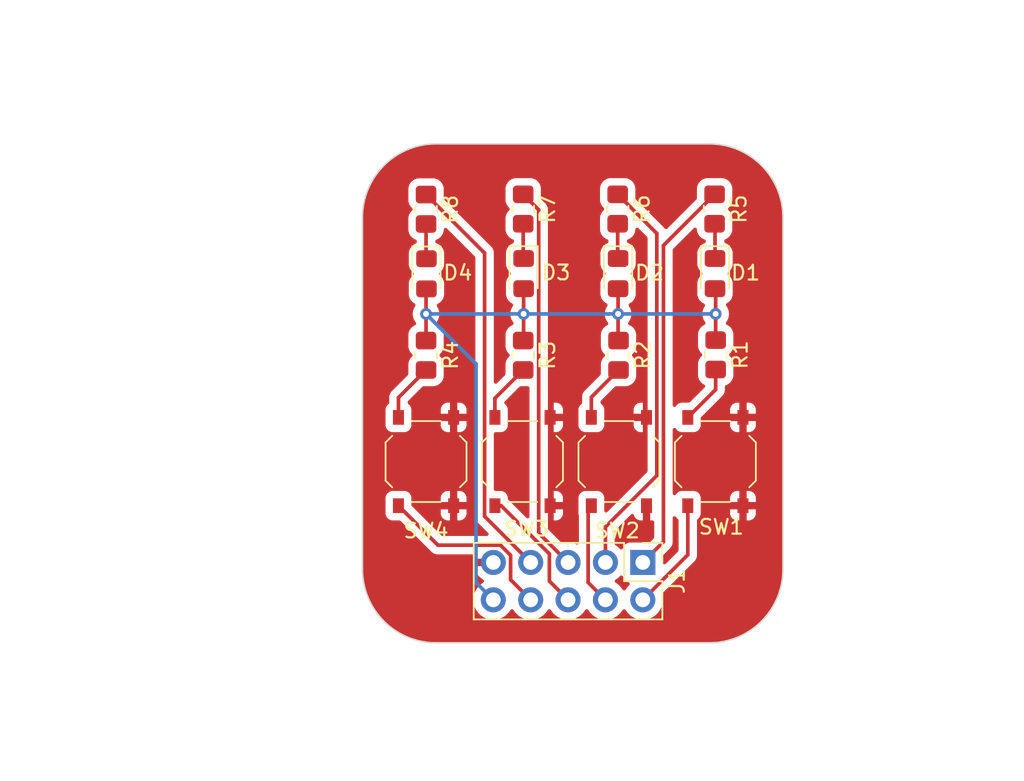
<source format=kicad_pcb>
(kicad_pcb (version 20240108) (generator "pcbnew") (generator_version "8.0")
  (layers (0 "F.Cu" signal) (31 "B.Cu" signal) (34 "B.Paste" user) (35 "F.Paste" user) (36 "B.SilkS" user "B.Silkscreen") (37 "F.SilkS" user "F.Silkscreen") (38 "B.Mask" user) (39 "F.Mask" user) (44 "Edge.Cuts" user))
  (net 0 "")
  (net 1 "+3V3")
  (net 2 "Net-(D1-K)")
  (net 3 "Net-(D2-K)")
  (net 4 "Net-(D3-K)")
  (net 5 "Net-(D4-K)")
  (net 6 "/SW3")
  (net 7 "/D3")
  (net 8 "/SW4")
  (net 9 "/SW2")
  (net 10 "/D1")
  (net 11 "/D2")
  (net 12 "GND")
  (net 13 "/SW1")
  (net 14 "/D4")
  (footprint "Button_Switch_SMD:SW_Push_1P1T_XKB_TS-1187A" (layer "F.Cu") (at 119.966 78.867 -90)
    (property "Reference" "SW3" (at 4.572 -0.260666 0) (layer "F.SilkS"))
    (property "Value" "SW_SPST")
    (fp_line (start -1.3 2.75) (end 1.3 2.75) (stroke (width 0.12)) (layer "F.SilkS"))
    (fp_line (start -1.75 2.3) (end -1.3 2.75) (stroke (width 0.12)) (layer "F.SilkS"))
    (fp_line (start 1.75 2.3) (end 1.3 2.75) (stroke (width 0.12)) (layer "F.SilkS"))
    (fp_line (start -2.75 -1) (end -2.75 1) (stroke (width 0.12)) (layer "F.SilkS"))
    (fp_line (start 2.75 -1) (end 2.75 1) (stroke (width 0.12)) (layer "F.SilkS"))
    (fp_line (start -1.75 -2.3) (end -1.3 -2.75) (stroke (width 0.12)) (layer "F.SilkS"))
    (fp_line (start 1.75 -2.3) (end 1.3 -2.75) (stroke (width 0.12)) (layer "F.SilkS"))
    (fp_line (start -1.3 -2.75) (end 1.3 -2.75) (stroke (width 0.12)) (layer "F.SilkS"))
    (pad "1" smd rect (at -3 -1.875 270) (size 1 0.75) (layers "F.Cu" "F.Paste" "F.Mask") (net 12 "GND"))
    (pad "1" smd rect (at 3 -1.875 270) (size 1 0.75) (layers "F.Cu" "F.Paste" "F.Mask") (net 12 "GND"))
    (pad "2" smd rect (at -3 1.875 270) (size 1 0.75) (layers "F.Cu" "F.Paste" "F.Mask") (net 6 "/SW3"))
    (pad "2" smd rect (at 3 1.875 270) (size 1 0.75) (layers "F.Cu" "F.Paste" "F.Mask") (net 6 "/SW3"))
  )
  (footprint "Button_Switch_SMD:SW_Push_1P1T_XKB_TS-1187A" (layer "F.Cu") (at 126.521 78.867 -90)
    (property "Reference" "SW2" (at 4.699 0.113667 0) (layer "F.SilkS"))
    (property "Value" "SW_SPST")
    (fp_line (start -1.3 2.75) (end 1.3 2.75) (stroke (width 0.12)) (layer "F.SilkS"))
    (fp_line (start -1.75 2.3) (end -1.3 2.75) (stroke (width 0.12)) (layer "F.SilkS"))
    (fp_line (start 1.75 2.3) (end 1.3 2.75) (stroke (width 0.12)) (layer "F.SilkS"))
    (fp_line (start -2.75 -1) (end -2.75 1) (stroke (width 0.12)) (layer "F.SilkS"))
    (fp_line (start 2.75 -1) (end 2.75 1) (stroke (width 0.12)) (layer "F.SilkS"))
    (fp_line (start -1.75 -2.3) (end -1.3 -2.75) (stroke (width 0.12)) (layer "F.SilkS"))
    (fp_line (start 1.75 -2.3) (end 1.3 -2.75) (stroke (width 0.12)) (layer "F.SilkS"))
    (fp_line (start -1.3 -2.75) (end 1.3 -2.75) (stroke (width 0.12)) (layer "F.SilkS"))
    (pad "1" smd rect (at -3 -1.875 270) (size 1 0.75) (layers "F.Cu" "F.Paste" "F.Mask") (net 12 "GND"))
    (pad "1" smd rect (at 3 -1.875 270) (size 1 0.75) (layers "F.Cu" "F.Paste" "F.Mask") (net 12 "GND"))
    (pad "2" smd rect (at -3 1.875 270) (size 1 0.75) (layers "F.Cu" "F.Paste" "F.Mask") (net 9 "/SW2"))
    (pad "2" smd rect (at 3 1.875 270) (size 1 0.75) (layers "F.Cu" "F.Paste" "F.Mask") (net 9 "/SW2"))
  )
  (footprint "LED_SMD:LED_0805_2012Metric_Pad1.15x1.40mm_HandSolder" (layer "F.Cu") (at 113.439142 66.108 -90)
    (property "Reference" "D4" (at -0.068 -2.130858 180) (layer "F.SilkS"))
    (property "Value" "LED")
    (fp_line (start -1.86 0.96) (end 1 0.96) (stroke (width 0.12)) (layer "F.SilkS"))
    (fp_line (start -1.86 -0.96) (end -1.86 0.96) (stroke (width 0.12)) (layer "F.SilkS"))
    (fp_line (start 1 -0.96) (end -1.86 -0.96) (stroke (width 0.12)) (layer "F.SilkS"))
    (pad "1" smd roundrect (at -1.025 0 270) (size 1.15 1.4) (layers "F.Cu" "F.Paste" "F.Mask") (roundrect_rratio 0.217391) (net 5 "Net-(D4-K)"))
    (pad "2" smd roundrect (at 1.025 0 270) (size 1.15 1.4) (layers "F.Cu" "F.Paste" "F.Mask") (roundrect_rratio 0.217391) (net 1 "+3V3"))
  )
  (footprint "Resistor_SMD:R_0805_2012Metric_Pad1.20x1.40mm_HandSolder" (layer "F.Cu") (at 133.022858 61.706 -90)
    (property "Reference" "R5" (at 0 -1.65 90) (layer "F.SilkS"))
    (property "Value" "330")
    (fp_line (start -0.227064 0.735) (end 0.227064 0.735) (stroke (width 0.12)) (layer "F.SilkS"))
    (fp_line (start -0.227064 -0.735) (end 0.227064 -0.735) (stroke (width 0.12)) (layer "F.SilkS"))
    (pad "1" smd roundrect (at -1 0 270) (size 1.2 1.4) (layers "F.Cu" "F.Paste" "F.Mask") (roundrect_rratio 0.208333) (net 10 "/D1"))
    (pad "2" smd roundrect (at 1 0 270) (size 1.2 1.4) (layers "F.Cu" "F.Paste" "F.Mask") (roundrect_rratio 0.208333) (net 2 "Net-(D1-K)"))
  )
  (footprint "LED_SMD:LED_0805_2012Metric_Pad1.15x1.40mm_HandSolder" (layer "F.Cu") (at 120.043142 66.092 -90)
    (property "Reference" "D3" (at -0.068 -2.196572 180) (layer "F.SilkS"))
    (property "Value" "LED")
    (fp_line (start -1.86 0.96) (end 1 0.96) (stroke (width 0.12)) (layer "F.SilkS"))
    (fp_line (start -1.86 -0.96) (end -1.86 0.96) (stroke (width 0.12)) (layer "F.SilkS"))
    (fp_line (start 1 -0.96) (end -1.86 -0.96) (stroke (width 0.12)) (layer "F.SilkS"))
    (pad "1" smd roundrect (at -1.025 0 270) (size 1.15 1.4) (layers "F.Cu" "F.Paste" "F.Mask") (roundrect_rratio 0.217391) (net 4 "Net-(D3-K)"))
    (pad "2" smd roundrect (at 1.025 0 270) (size 1.15 1.4) (layers "F.Cu" "F.Paste" "F.Mask") (roundrect_rratio 0.217391) (net 1 "+3V3"))
  )
  (footprint "LED_SMD:LED_0805_2012Metric_Pad1.15x1.40mm_HandSolder" (layer "F.Cu") (at 133.051 66.092 -90)
    (property "Reference" "D1" (at -0.052 -2.077 180) (layer "F.SilkS"))
    (property "Value" "LED")
    (fp_line (start -1.86 0.96) (end 1 0.96) (stroke (width 0.12)) (layer "F.SilkS"))
    (fp_line (start -1.86 -0.96) (end -1.86 0.96) (stroke (width 0.12)) (layer "F.SilkS"))
    (fp_line (start 1 -0.96) (end -1.86 -0.96) (stroke (width 0.12)) (layer "F.SilkS"))
    (pad "1" smd roundrect (at -1.025 0 270) (size 1.15 1.4) (layers "F.Cu" "F.Paste" "F.Mask") (roundrect_rratio 0.217391) (net 2 "Net-(D1-K)"))
    (pad "2" smd roundrect (at 1.025 0 270) (size 1.15 1.4) (layers "F.Cu" "F.Paste" "F.Mask") (roundrect_rratio 0.217391) (net 1 "+3V3"))
  )
  (footprint "Resistor_SMD:R_0805_2012Metric_Pad1.20x1.40mm_HandSolder" (layer "F.Cu") (at 120.015 61.706 -90)
    (property "Reference" "R7" (at 0 -1.65 90) (layer "F.SilkS"))
    (property "Value" "330")
    (fp_line (start -0.227064 0.735) (end 0.227064 0.735) (stroke (width 0.12)) (layer "F.SilkS"))
    (fp_line (start -0.227064 -0.735) (end 0.227064 -0.735) (stroke (width 0.12)) (layer "F.SilkS"))
    (pad "1" smd roundrect (at -1 0 270) (size 1.2 1.4) (layers "F.Cu" "F.Paste" "F.Mask") (roundrect_rratio 0.208333) (net 7 "/D3"))
    (pad "2" smd roundrect (at 1 0 270) (size 1.2 1.4) (layers "F.Cu" "F.Paste" "F.Mask") (roundrect_rratio 0.208333) (net 4 "Net-(D3-K)"))
  )
  (footprint "LED_SMD:LED_0805_2012Metric_Pad1.15x1.40mm_HandSolder" (layer "F.Cu") (at 126.463 66.092 -90)
    (property "Reference" "D2" (at -0.052 -2.138286 180) (layer "F.SilkS"))
    (property "Value" "LED")
    (fp_line (start -1.86 0.96) (end 1 0.96) (stroke (width 0.12)) (layer "F.SilkS"))
    (fp_line (start -1.86 -0.96) (end -1.86 0.96) (stroke (width 0.12)) (layer "F.SilkS"))
    (fp_line (start 1 -0.96) (end -1.86 -0.96) (stroke (width 0.12)) (layer "F.SilkS"))
    (pad "1" smd roundrect (at -1.025 0 270) (size 1.15 1.4) (layers "F.Cu" "F.Paste" "F.Mask") (roundrect_rratio 0.217391) (net 3 "Net-(D2-K)"))
    (pad "2" smd roundrect (at 1.025 0 270) (size 1.15 1.4) (layers "F.Cu" "F.Paste" "F.Mask") (roundrect_rratio 0.217391) (net 1 "+3V3"))
  )
  (footprint "Resistor_SMD:R_0805_2012Metric_Pad1.20x1.40mm_HandSolder" (layer "F.Cu") (at 126.492 71.644 -90)
    (property "Reference" "R2" (at -0.016 -1.651 90) (layer "F.SilkS"))
    (property "Value" "10k")
    (fp_line (start -0.227064 0.735) (end 0.227064 0.735) (stroke (width 0.12)) (layer "F.SilkS"))
    (fp_line (start -0.227064 -0.735) (end 0.227064 -0.735) (stroke (width 0.12)) (layer "F.SilkS"))
    (pad "1" smd roundrect (at -1 0 270) (size 1.2 1.4) (layers "F.Cu" "F.Paste" "F.Mask") (roundrect_rratio 0.208333) (net 1 "+3V3"))
    (pad "2" smd roundrect (at 1 0 270) (size 1.2 1.4) (layers "F.Cu" "F.Paste" "F.Mask") (roundrect_rratio 0.208333) (net 9 "/SW2"))
  )
  (footprint "Resistor_SMD:R_0805_2012Metric_Pad1.20x1.40mm_HandSolder" (layer "F.Cu") (at 113.411 61.722 -90)
    (property "Reference" "R8" (at 0 -1.65 90) (layer "F.SilkS"))
    (property "Value" "330")
    (fp_line (start -0.227064 0.735) (end 0.227064 0.735) (stroke (width 0.12)) (layer "F.SilkS"))
    (fp_line (start -0.227064 -0.735) (end 0.227064 -0.735) (stroke (width 0.12)) (layer "F.SilkS"))
    (pad "1" smd roundrect (at -1 0 270) (size 1.2 1.4) (layers "F.Cu" "F.Paste" "F.Mask") (roundrect_rratio 0.208333) (net 14 "/D4"))
    (pad "2" smd roundrect (at 1 0 270) (size 1.2 1.4) (layers "F.Cu" "F.Paste" "F.Mask") (roundrect_rratio 0.208333) (net 5 "Net-(D4-K)"))
  )
  (footprint "Resistor_SMD:R_0805_2012Metric_Pad1.20x1.40mm_HandSolder" (layer "F.Cu") (at 126.434858 61.706 -90)
    (property "Reference" "R6" (at 0 -1.65 90) (layer "F.SilkS"))
    (property "Value" "330")
    (fp_line (start -0.227064 0.735) (end 0.227064 0.735) (stroke (width 0.12)) (layer "F.SilkS"))
    (fp_line (start -0.227064 -0.735) (end 0.227064 -0.735) (stroke (width 0.12)) (layer "F.SilkS"))
    (pad "1" smd roundrect (at -1 0 270) (size 1.2 1.4) (layers "F.Cu" "F.Paste" "F.Mask") (roundrect_rratio 0.208333) (net 11 "/D2"))
    (pad "2" smd roundrect (at 1 0 270) (size 1.2 1.4) (layers "F.Cu" "F.Paste" "F.Mask") (roundrect_rratio 0.208333) (net 3 "Net-(D2-K)"))
  )
  (footprint "Button_Switch_SMD:SW_Push_1P1T_XKB_TS-1187A" (layer "F.Cu") (at 113.411 78.867 -90)
    (property "Reference" "SW4" (at 4.699 0 0) (layer "F.SilkS"))
    (property "Value" "SW_SPST")
    (fp_line (start -1.3 2.75) (end 1.3 2.75) (stroke (width 0.12)) (layer "F.SilkS"))
    (fp_line (start -1.75 2.3) (end -1.3 2.75) (stroke (width 0.12)) (layer "F.SilkS"))
    (fp_line (start 1.75 2.3) (end 1.3 2.75) (stroke (width 0.12)) (layer "F.SilkS"))
    (fp_line (start -2.75 -1) (end -2.75 1) (stroke (width 0.12)) (layer "F.SilkS"))
    (fp_line (start 2.75 -1) (end 2.75 1) (stroke (width 0.12)) (layer "F.SilkS"))
    (fp_line (start -1.75 -2.3) (end -1.3 -2.75) (stroke (width 0.12)) (layer "F.SilkS"))
    (fp_line (start 1.75 -2.3) (end 1.3 -2.75) (stroke (width 0.12)) (layer "F.SilkS"))
    (fp_line (start -1.3 -2.75) (end 1.3 -2.75) (stroke (width 0.12)) (layer "F.SilkS"))
    (pad "1" smd rect (at -3 -1.875 270) (size 1 0.75) (layers "F.Cu" "F.Paste" "F.Mask") (net 12 "GND"))
    (pad "1" smd rect (at 3 -1.875 270) (size 1 0.75) (layers "F.Cu" "F.Paste" "F.Mask") (net 12 "GND"))
    (pad "2" smd rect (at -3 1.875 270) (size 1 0.75) (layers "F.Cu" "F.Paste" "F.Mask") (net 8 "/SW4"))
    (pad "2" smd rect (at 3 1.875 270) (size 1 0.75) (layers "F.Cu" "F.Paste" "F.Mask") (net 8 "/SW4"))
  )
  (footprint "Button_Switch_SMD:SW_Push_1P1T_XKB_TS-1187A" (layer "F.Cu") (at 133.076 78.867 -90)
    (property "Reference" "SW1" (at 4.445 -0.401 0) (layer "F.SilkS"))
    (property "Value" "SW_SPST")
    (fp_line (start -1.3 2.75) (end 1.3 2.75) (stroke (width 0.12)) (layer "F.SilkS"))
    (fp_line (start -1.75 2.3) (end -1.3 2.75) (stroke (width 0.12)) (layer "F.SilkS"))
    (fp_line (start 1.75 2.3) (end 1.3 2.75) (stroke (width 0.12)) (layer "F.SilkS"))
    (fp_line (start -2.75 -1) (end -2.75 1) (stroke (width 0.12)) (layer "F.SilkS"))
    (fp_line (start 2.75 -1) (end 2.75 1) (stroke (width 0.12)) (layer "F.SilkS"))
    (fp_line (start -1.75 -2.3) (end -1.3 -2.75) (stroke (width 0.12)) (layer "F.SilkS"))
    (fp_line (start 1.75 -2.3) (end 1.3 -2.75) (stroke (width 0.12)) (layer "F.SilkS"))
    (fp_line (start -1.3 -2.75) (end 1.3 -2.75) (stroke (width 0.12)) (layer "F.SilkS"))
    (pad "1" smd rect (at -3 -1.875 270) (size 1 0.75) (layers "F.Cu" "F.Paste" "F.Mask") (net 12 "GND"))
    (pad "1" smd rect (at 3 -1.875 270) (size 1 0.75) (layers "F.Cu" "F.Paste" "F.Mask") (net 12 "GND"))
    (pad "2" smd rect (at -3 1.875 270) (size 1 0.75) (layers "F.Cu" "F.Paste" "F.Mask") (net 13 "/SW1"))
    (pad "2" smd rect (at 3 1.875 270) (size 1 0.75) (layers "F.Cu" "F.Paste" "F.Mask") (net 13 "/SW1"))
  )
  (footprint "Resistor_SMD:R_0805_2012Metric_Pad1.20x1.40mm_HandSolder" (layer "F.Cu") (at 113.411 71.644 -90)
    (property "Reference" "R4" (at 0 -1.65 90) (layer "F.SilkS"))
    (property "Value" "10k")
    (fp_line (start -0.227064 0.735) (end 0.227064 0.735) (stroke (width 0.12)) (layer "F.SilkS"))
    (fp_line (start -0.227064 -0.735) (end 0.227064 -0.735) (stroke (width 0.12)) (layer "F.SilkS"))
    (pad "1" smd roundrect (at -1 0 270) (size 1.2 1.4) (layers "F.Cu" "F.Paste" "F.Mask") (roundrect_rratio 0.208333) (net 1 "+3V3"))
    (pad "2" smd roundrect (at 1 0 270) (size 1.2 1.4) (layers "F.Cu" "F.Paste" "F.Mask") (roundrect_rratio 0.208333) (net 8 "/SW4"))
  )
  (footprint "Connector_PinHeader_2.54mm:PinHeader_2x05_P2.54mm_Vertical" (layer "F.Cu") (at 128.143 85.725 -90)
    (property "Reference" "J1" (at 1.27 -2.33 90) (layer "F.SilkS"))
    (property "Value" "Conn_02x05_Odd_Even")
    (fp_line (start -1.33 11.49) (end 3.87 11.49) (stroke (width 0.12)) (layer "F.SilkS"))
    (fp_line (start -1.33 1.27) (end -1.33 11.49) (stroke (width 0.12)) (layer "F.SilkS"))
    (fp_line (start -1.33 1.27) (end 1.27 1.27) (stroke (width 0.12)) (layer "F.SilkS"))
    (fp_line (start 1.27 1.27) (end 1.27 -1.33) (stroke (width 0.12)) (layer "F.SilkS"))
    (fp_line (start -1.33 0) (end -1.33 -1.33) (stroke (width 0.12)) (layer "F.SilkS"))
    (fp_line (start -1.33 -1.33) (end 0 -1.33) (stroke (width 0.12)) (layer "F.SilkS"))
    (fp_line (start 1.27 -1.33) (end 3.87 -1.33) (stroke (width 0.12)) (layer "F.SilkS"))
    (fp_line (start 3.87 -1.33) (end 3.87 11.49) (stroke (width 0.12)) (layer "F.SilkS"))
    (pad "1" thru_hole rect (at 0 0 270) (size 1.7 1.7) (drill 1) (layers "*.Cu" "*.Mask") (net 10 "/D1"))
    (pad "2" thru_hole oval (at 2.54 0 270) (size 1.7 1.7) (drill 1) (layers "*.Cu" "*.Mask") (net 13 "/SW1"))
    (pad "3" thru_hole oval (at 0 2.54 270) (size 1.7 1.7) (drill 1) (layers "*.Cu" "*.Mask") (net 11 "/D2"))
    (pad "4" thru_hole oval (at 2.54 2.54 270) (size 1.7 1.7) (drill 1) (layers "*.Cu" "*.Mask") (net 9 "/SW2"))
    (pad "5" thru_hole oval (at 0 5.08 270) (size 1.7 1.7) (drill 1) (layers "*.Cu" "*.Mask") (net 7 "/D3"))
    (pad "6" thru_hole oval (at 2.54 5.08 270) (size 1.7 1.7) (drill 1) (layers "*.Cu" "*.Mask") (net 6 "/SW3"))
    (pad "7" thru_hole oval (at 0 7.62 270) (size 1.7 1.7) (drill 1) (layers "*.Cu" "*.Mask") (net 14 "/D4"))
    (pad "8" thru_hole oval (at 2.54 7.62 270) (size 1.7 1.7) (drill 1) (layers "*.Cu" "*.Mask") (net 8 "/SW4"))
    (pad "9" thru_hole oval (at 0 10.16 270) (size 1.7 1.7) (drill 1) (layers "*.Cu" "*.Mask") (net 12 "GND"))
    (pad "10" thru_hole oval (at 2.54 10.16 270) (size 1.7 1.7) (drill 1) (layers "*.Cu" "*.Mask") (net 1 "+3V3"))
  )
  (footprint "Resistor_SMD:R_0805_2012Metric_Pad1.20x1.40mm_HandSolder" (layer "F.Cu") (at 120.015 71.644 -90)
    (property "Reference" "R3" (at 0 -1.65 90) (layer "F.SilkS"))
    (property "Value" "10k")
    (fp_line (start -0.227064 0.735) (end 0.227064 0.735) (stroke (width 0.12)) (layer "F.SilkS"))
    (fp_line (start -0.227064 -0.735) (end 0.227064 -0.735) (stroke (width 0.12)) (layer "F.SilkS"))
    (pad "1" smd roundrect (at -1 0 270) (size 1.2 1.4) (layers "F.Cu" "F.Paste" "F.Mask") (roundrect_rratio 0.208333) (net 1 "+3V3"))
    (pad "2" smd roundrect (at 1 0 270) (size 1.2 1.4) (layers "F.Cu" "F.Paste" "F.Mask") (roundrect_rratio 0.208333) (net 6 "/SW3"))
  )
  (footprint "Resistor_SMD:R_0805_2012Metric_Pad1.20x1.40mm_HandSolder" (layer "F.Cu") (at 133.096 71.612 -90)
    (property "Reference" "R1" (at 0 -1.65 90) (layer "F.SilkS"))
    (property "Value" "10k")
    (fp_line (start -0.227064 0.735) (end 0.227064 0.735) (stroke (width 0.12)) (layer "F.SilkS"))
    (fp_line (start -0.227064 -0.735) (end 0.227064 -0.735) (stroke (width 0.12)) (layer "F.SilkS"))
    (pad "1" smd roundrect (at -1 0 270) (size 1.2 1.4) (layers "F.Cu" "F.Paste" "F.Mask") (roundrect_rratio 0.208333) (net 1 "+3V3"))
    (pad "2" smd roundrect (at 1 0 270) (size 1.2 1.4) (layers "F.Cu" "F.Paste" "F.Mask") (roundrect_rratio 0.208333) (net 13 "/SW1"))
  )
  (gr_arc (start 137.668 86.186) (mid 136.203534 89.721534) (end 132.668 91.186) (stroke (width 0.1)) (layer "Edge.Cuts"))
  (gr_line (start 109.093 86.186) (end 109.093 62.277) (stroke (width 0.1)) (layer "Edge.Cuts"))
  (gr_line (start 114.093 57.277) (end 132.668 57.277) (stroke (width 0.1)) (layer "Edge.Cuts"))
  (gr_line (start 132.668 91.186) (end 114.093 91.186) (stroke (width 0.1)) (layer "Edge.Cuts"))
  (gr_arc (start 109.093 62.277) (mid 110.557466 58.741466) (end 114.093 57.277) (stroke (width 0.1)) (layer "Edge.Cuts"))
  (gr_arc (start 114.093 91.186) (mid 110.557466 89.721534) (end 109.093 86.186) (stroke (width 0.1)) (layer "Edge.Cuts"))
  (gr_line (start 137.668 62.277) (end 137.668 86.186) (stroke (width 0.1)) (layer "Edge.Cuts"))
  (gr_arc (start 132.668 57.277) (mid 136.203534 58.741466) (end 137.668 62.277) (stroke (width 0.1)) (layer "Edge.Cuts"))
  (segment (start 120.043142 67.117) (end 120.043142 68.834) (width 0.25) (layer "F.Cu") (net 1))
  (segment (start 120.043142 70.615858) (end 120.015 70.644) (width 0.25) (layer "F.Cu") (net 1))
  (segment (start 133.096 68.834) (end 133.096 67.162) (width 0.25) (layer "F.Cu") (net 1))
  (segment (start 126.463 70.615) (end 126.492 70.644) (width 0.25) (layer "F.Cu") (net 1))
  (segment (start 113.411 67.161142) (end 113.439142 67.133) (width 0.25) (layer "F.Cu") (net 1))
  (segment (start 113.411 68.834) (end 113.411 67.161142) (width 0.25) (layer "F.Cu") (net 1))
  (segment (start 120.043142 68.834) (end 120.043142 70.615858) (width 0.25) (layer "F.Cu") (net 1))
  (segment (start 126.463 67.117) (end 126.463 68.834) (width 0.25) (layer "F.Cu") (net 1))
  (segment (start 113.411 70.644) (end 113.411 68.834) (width 0.25) (layer "F.Cu") (net 1))
  (segment (start 126.463 68.834) (end 126.463 70.615) (width 0.25) (layer "F.Cu") (net 1))
  (segment (start 133.096 70.612) (end 133.096 68.834) (width 0.25) (layer "F.Cu") (net 1))
  (segment (start 133.096 67.162) (end 133.051 67.117) (width 0.25) (layer "F.Cu") (net 1))
  (via (at 133.096 68.834) (size 0.8) (drill 0.4) (layers "F.Cu" "B.Cu") (net 1))
  (via (at 126.463 68.834) (size 0.8) (drill 0.4) (layers "F.Cu" "B.Cu") (net 1))
  (via (at 113.411 68.834) (size 0.8) (drill 0.4) (layers "F.Cu" "B.Cu") (net 1))
  (via (at 120.043142 68.834) (size 0.8) (drill 0.4) (layers "F.Cu" "B.Cu") (net 1))
  (segment (start 116.808 87.09) (end 116.808 72.231) (width 0.25) (layer "B.Cu") (net 1))
  (segment (start 126.463 68.834) (end 133.096 68.834) (width 0.25) (layer "B.Cu") (net 1))
  (segment (start 117.983 88.265) (end 116.808 87.09) (width 0.25) (layer "B.Cu") (net 1))
  (segment (start 113.411 68.834) (end 120.043142 68.834) (width 0.25) (layer "B.Cu") (net 1))
  (segment (start 120.043142 68.834) (end 126.463 68.834) (width 0.25) (layer "B.Cu") (net 1))
  (segment (start 116.808 72.231) (end 113.411 68.834) (width 0.25) (layer "B.Cu") (net 1))
  (segment (start 133.051 65.067) (end 133.051 62.734142) (width 0.25) (layer "F.Cu") (net 2))
  (segment (start 133.051 62.734142) (end 133.022858 62.706) (width 0.25) (layer "F.Cu") (net 2))
  (segment (start 126.434858 62.706) (end 126.434858 65.038858) (width 0.25) (layer "F.Cu") (net 3))
  (segment (start 126.434858 65.038858) (end 126.463 65.067) (width 0.25) (layer "F.Cu") (net 3))
  (segment (start 120.015 65.038858) (end 120.043142 65.067) (width 0.25) (layer "F.Cu") (net 4))
  (segment (start 120.015 62.706) (end 120.015 65.038858) (width 0.25) (layer "F.Cu") (net 4))
  (segment (start 113.411 65.054858) (end 113.439142 65.083) (width 0.25) (layer "F.Cu") (net 5))
  (segment (start 113.411 62.722) (end 113.411 65.054858) (width 0.25) (layer "F.Cu") (net 5))
  (segment (start 118.516701 81.867) (end 121.793 85.143299) (width 0.25) (layer "F.Cu") (net 6))
  (segment (start 121.793 86.995) (end 123.063 88.265) (width 0.25) (layer "F.Cu") (net 6))
  (segment (start 118.091 74.568) (end 120.015 72.644) (width 0.25) (layer "F.Cu") (net 6))
  (segment (start 118.091 75.867) (end 118.091 74.568) (width 0.25) (layer "F.Cu") (net 6))
  (segment (start 118.091 81.867) (end 118.516701 81.867) (width 0.25) (layer "F.Cu") (net 6))
  (segment (start 121.793 85.143299) (end 121.793 86.995) (width 0.25) (layer "F.Cu") (net 6))
  (segment (start 120.015 60.706) (end 121.068142 61.759142) (width 0.25) (layer "F.Cu") (net 7))
  (segment (start 121.068142 83.730142) (end 123.063 85.725) (width 0.25) (layer "F.Cu") (net 7))
  (segment (start 121.068142 61.759142) (end 121.068142 83.730142) (width 0.25) (layer "F.Cu") (net 7))
  (segment (start 111.536 74.519) (end 113.411 72.644) (width 0.25) (layer "F.Cu") (net 8))
  (segment (start 118.469701 84.55) (end 119.158 85.238299) (width 0.25) (layer "F.Cu") (net 8))
  (segment (start 111.536 75.867) (end 111.536 74.519) (width 0.25) (layer "F.Cu") (net 8))
  (segment (start 111.536 81.867) (end 114.219 84.55) (width 0.25) (layer "F.Cu") (net 8))
  (segment (start 119.158 86.9) (end 120.523 88.265) (width 0.25) (layer "F.Cu") (net 8))
  (segment (start 114.219 84.55) (end 118.469701 84.55) (width 0.25) (layer "F.Cu") (net 8))
  (segment (start 119.158 85.238299) (end 119.158 86.9) (width 0.25) (layer "F.Cu") (net 8))
  (segment (start 124.646 81.867) (end 124.428 82.085) (width 0.25) (layer "F.Cu") (net 9))
  (segment (start 124.428 82.085) (end 124.428 87.09) (width 0.25) (layer "F.Cu") (net 9))
  (segment (start 124.646 75.867) (end 124.646 74.49) (width 0.25) (layer "F.Cu") (net 9))
  (segment (start 124.428 87.09) (end 125.603 88.265) (width 0.25) (layer "F.Cu") (net 9))
  (segment (start 124.646 74.49) (end 126.492 72.644) (width 0.25) (layer "F.Cu") (net 9))
  (segment (start 129.546 64.182858) (end 129.546 84.322) (width 0.25) (layer "F.Cu") (net 10))
  (segment (start 133.022858 60.706) (end 129.546 64.182858) (width 0.25) (layer "F.Cu") (net 10))
  (segment (start 129.546 84.322) (end 128.143 85.725) (width 0.25) (layer "F.Cu") (net 10))
  (segment (start 129.096 63.367142) (end 129.096 79.819) (width 0.25) (layer "F.Cu") (net 11))
  (segment (start 126.434858 60.706) (end 129.096 63.367142) (width 0.25) (layer "F.Cu") (net 11))
  (segment (start 129.096 79.819) (end 125.603 83.312) (width 0.25) (layer "F.Cu") (net 11))
  (segment (start 125.603 83.312) (end 125.603 85.725) (width 0.25) (layer "F.Cu") (net 11))
  (segment (start 133.096 73.972) (end 131.201 75.867) (width 0.25) (layer "F.Cu") (net 13))
  (segment (start 131.201 81.867) (end 131.201 85.207) (width 0.25) (layer "F.Cu") (net 13))
  (segment (start 131.201 85.207) (end 128.143 88.265) (width 0.25) (layer "F.Cu") (net 13))
  (segment (start 133.096 72.612) (end 133.096 73.972) (width 0.25) (layer "F.Cu") (net 13))
  (segment (start 113.411 60.722) (end 117.391 64.702) (width 0.25) (layer "F.Cu") (net 14))
  (segment (start 117.391 82.593) (end 120.523 85.725) (width 0.25) (layer "F.Cu") (net 14))
  (segment (start 117.391 64.702) (end 117.391 82.593) (width 0.25) (layer "F.Cu") (net 14))
  (zone (net 12) (net_name "GND") (layer "F.Cu") (connect_pads (clearance 0.5)) (min_thickness 0.25) (fill yes (thermal_gap 0.5) (thermal_bridge_width 0.5) (island_removal_mode 1) (island_area_min 10))
    (polygon (pts (xy 84.455 47.498) (xy 154.051 52.197) (xy 154.051 100.203) (xy 92.837 100.584)))
  )
)
</source>
